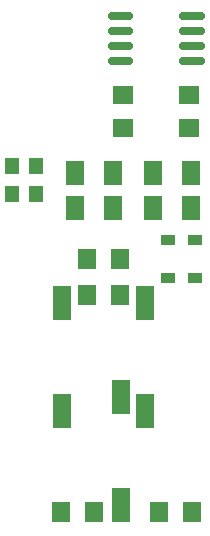
<source format=gtp>
G04 Layer: TopPasteMaskLayer*
G04 EasyEDA v5.9.42, Tue, 02 Apr 2019 20:51:07 GMT*
G04 166f39b61798459ea13d042530858995*
G04 Gerber Generator version 0.2*
G04 Scale: 100 percent, Rotated: No, Reflected: No *
G04 Dimensions in millimeters *
G04 leading zeros omitted , absolute positions ,3 integer and 3 decimal *
%FSLAX33Y33*%
%MOMM*%
G90*
G71D02*

%ADD13C,0.699999*%
%ADD15R,1.600200X1.800860*%
%ADD16R,1.499997X2.999994*%
%ADD17R,1.219200X0.909320*%
%ADD18R,1.600200X1.999996*%
%ADD19R,1.800860X1.600200*%
%ADD20R,1.160018X1.450010*%

%LPD*%
G54D13*
G01X50165Y46184D02*
G01X48665Y46184D01*
G01X50165Y47454D02*
G01X48665Y47454D01*
G01X50165Y48724D02*
G01X48665Y48724D01*
G01X50165Y49994D02*
G01X48665Y49994D01*
G01X44120Y46184D02*
G01X42620Y46184D01*
G01X44120Y47454D02*
G01X42620Y47454D01*
G01X44120Y48724D02*
G01X42620Y48724D01*
G01X44120Y49994D02*
G01X42620Y49994D01*
G54D15*
G01X46609Y8002D03*
G01X49403Y8002D03*
G01X38354Y8002D03*
G01X41148Y8002D03*
G54D16*
G01X45410Y16572D03*
G01X43409Y8573D03*
G01X38409Y16572D03*
G01X45410Y25716D03*
G01X43409Y17717D03*
G01X38409Y25716D03*
G54D17*
G01X49657Y31089D03*
G01X49657Y27838D03*
G01X47371Y31089D03*
G01X47371Y27838D03*
G54D18*
G01X46151Y33781D03*
G01X49352Y33781D03*
G01X46151Y36702D03*
G01X49352Y36702D03*
G54D15*
G01X43307Y26415D03*
G01X40513Y26415D03*
G01X40513Y29463D03*
G01X43307Y29463D03*
G54D19*
G01X43561Y40512D03*
G01X43561Y43306D03*
G01X49149Y40512D03*
G01X49149Y43306D03*
G54D18*
G01X39548Y33781D03*
G01X42747Y33781D03*
G01X39548Y36702D03*
G01X42747Y36702D03*
G54D20*
G01X36195Y34924D03*
G01X34163Y34924D03*
G01X36195Y37337D03*
G01X34163Y37337D03*
M00*
M02*

</source>
